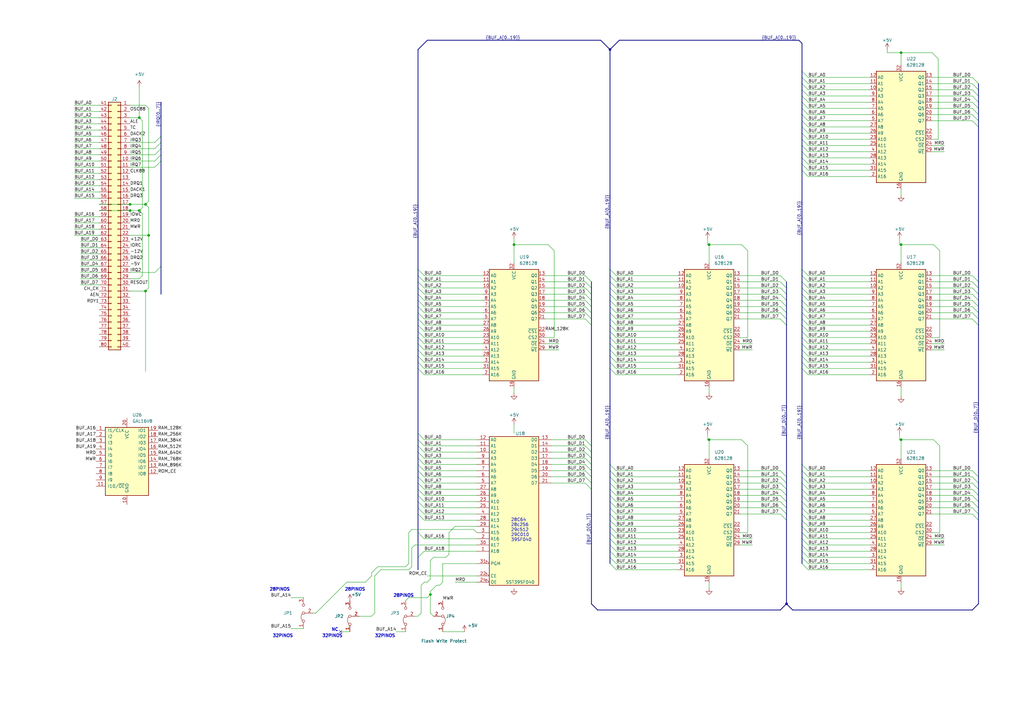
<source format=kicad_sch>
(kicad_sch (version 20230121) (generator eeschema)
  (paper "A3")
  (junction (at 290.83 100.33))
  (junction (at 59.69 119.38))
  (junction (at 322.58 247.65))
  (junction (at 57.15 48.26))
  (junction (at 369.57 180.34))
  (junction (at 250.19 20.32))
  (junction (at 59.69 83.82))
  (junction (at 210.82 100.33))
  (junction (at 53.34 86.36))
  (junction (at 290.83 180.34))
  (junction (at 60.96 96.52))
  (junction (at 369.57 21.59))
  (junction (at 176.53 243.84))
  (junction (at 53.34 83.82))
  (junction (at 369.57 100.33))
  (junction (at 57.15 86.36))
  (no_connect (at 139.7 259.08))
  (bus_entry (at 398.78 128.27) (size 2.54 2.54))
  (bus_entry (at 331.47 223.52) (size -2.54 -2.54))
  (bus_entry (at 331.47 143.51) (size -2.54 -2.54))
  (bus_entry (at 171.45 218.44) (size 2.54 2.54))
  (bus_entry (at 252.73 125.73) (size -2.54 -2.54))
  (bus_entry (at 173.99 123.19) (size -2.54 -2.54))
  (bus_entry (at 171.45 140.97) (size 2.54 2.54))
  (bus_entry (at 331.47 41.91) (size -2.54 -2.54))
  (bus_entry (at 331.47 130.81) (size -2.54 -2.54))
  (bus_entry (at 252.73 223.52) (size -2.54 -2.54))
  (bus_entry (at 398.78 49.53) (size 2.54 2.54))
  (bus_entry (at 240.03 187.96) (size 2.54 2.54))
  (bus_entry (at 240.03 113.03) (size 2.54 2.54))
  (bus_entry (at 320.04 198.12) (size 2.54 2.54))
  (bus_entry (at 252.73 148.59) (size -2.54 -2.54))
  (bus_entry (at 252.73 208.28) (size -2.54 -2.54))
  (bus_entry (at 171.45 190.5) (size 2.54 2.54))
  (bus_entry (at 171.45 177.8) (size 2.54 2.54))
  (bus_entry (at 66.04 58.42) (size -2.54 2.54))
  (bus_entry (at 331.47 120.65) (size -2.54 -2.54))
  (bus_entry (at 331.47 52.07) (size -2.54 -2.54))
  (bus_entry (at 398.78 39.37) (size 2.54 2.54))
  (bus_entry (at 252.73 113.03) (size -2.54 -2.54))
  (bus_entry (at 331.47 200.66) (size -2.54 -2.54))
  (bus_entry (at 240.03 120.65) (size 2.54 2.54))
  (bus_entry (at 66.04 63.5) (size -2.54 2.54))
  (bus_entry (at 171.45 193.04) (size 2.54 2.54))
  (bus_entry (at 240.03 180.34) (size 2.54 2.54))
  (bus_entry (at 66.04 60.96) (size -2.54 2.54))
  (bus_entry (at 331.47 67.31) (size -2.54 -2.54))
  (bus_entry (at 173.99 133.35) (size -2.54 -2.54))
  (bus_entry (at 331.47 39.37) (size -2.54 -2.54))
  (bus_entry (at 331.47 49.53) (size -2.54 -2.54))
  (bus_entry (at 171.45 180.34) (size 2.54 2.54))
  (bus_entry (at 331.47 135.89) (size -2.54 -2.54))
  (bus_entry (at 398.78 115.57) (size 2.54 2.54))
  (bus_entry (at 398.78 195.58) (size 2.54 2.54))
  (bus_entry (at 240.03 123.19) (size 2.54 2.54))
  (bus_entry (at 331.47 133.35) (size -2.54 -2.54))
  (bus_entry (at 240.03 193.04) (size 2.54 2.54))
  (bus_entry (at 331.47 153.67) (size -2.54 -2.54))
  (bus_entry (at 320.04 200.66) (size 2.54 2.54))
  (bus_entry (at 398.78 31.75) (size 2.54 2.54))
  (bus_entry (at 320.04 210.82) (size 2.54 2.54))
  (bus_entry (at 252.73 210.82) (size -2.54 -2.54))
  (bus_entry (at 171.45 143.51) (size 2.54 2.54))
  (bus_entry (at 252.73 115.57) (size -2.54 -2.54))
  (bus_entry (at 66.04 55.88) (size -2.54 2.54))
  (bus_entry (at 173.99 135.89) (size -2.54 -2.54))
  (bus_entry (at 331.47 69.85) (size -2.54 -2.54))
  (bus_entry (at 398.78 123.19) (size 2.54 2.54))
  (bus_entry (at 252.73 130.81) (size -2.54 -2.54))
  (bus_entry (at 173.99 118.11) (size -2.54 -2.54))
  (bus_entry (at 331.47 215.9) (size -2.54 -2.54))
  (bus_entry (at 252.73 233.68) (size -2.54 -2.54))
  (bus_entry (at 398.78 41.91) (size 2.54 2.54))
  (bus_entry (at 252.73 205.74) (size -2.54 -2.54))
  (bus_entry (at 320.04 130.81) (size 2.54 2.54))
  (bus_entry (at 173.99 120.65) (size -2.54 -2.54))
  (bus_entry (at 171.45 182.88) (size 2.54 2.54))
  (bus_entry (at 320.04 125.73) (size 2.54 2.54))
  (bus_entry (at 331.47 205.74) (size -2.54 -2.54))
  (bus_entry (at 320.04 128.27) (size 2.54 2.54))
  (bus_entry (at 171.45 198.12) (size 2.54 2.54))
  (bus_entry (at 331.47 231.14) (size -2.54 -2.54))
  (bus_entry (at 331.47 54.61) (size -2.54 -2.54))
  (bus_entry (at 66.04 66.04) (size -2.54 2.54))
  (bus_entry (at 173.99 128.27) (size -2.54 -2.54))
  (bus_entry (at 252.73 146.05) (size -2.54 -2.54))
  (bus_entry (at 171.45 185.42) (size 2.54 2.54))
  (bus_entry (at 331.47 34.29) (size -2.54 -2.54))
  (bus_entry (at 240.03 115.57) (size 2.54 2.54))
  (bus_entry (at 331.47 210.82) (size -2.54 -2.54))
  (bus_entry (at 398.78 198.12) (size 2.54 2.54))
  (bus_entry (at 331.47 31.75) (size -2.54 -2.54))
  (bus_entry (at 398.78 46.99) (size 2.54 2.54))
  (bus_entry (at 398.78 120.65) (size 2.54 2.54))
  (bus_entry (at 171.45 208.28) (size 2.54 2.54))
  (bus_entry (at 173.99 115.57) (size -2.54 -2.54))
  (bus_entry (at 331.47 146.05) (size -2.54 -2.54))
  (bus_entry (at 398.78 210.82) (size 2.54 2.54))
  (bus_entry (at 252.73 200.66) (size -2.54 -2.54))
  (bus_entry (at 320.04 205.74) (size 2.54 2.54))
  (bus_entry (at 320.04 115.57) (size 2.54 2.54))
  (bus_entry (at 252.73 193.04) (size -2.54 -2.54))
  (bus_entry (at 252.73 231.14) (size -2.54 -2.54))
  (bus_entry (at 66.04 109.22) (size -2.54 2.54))
  (bus_entry (at 252.73 153.67) (size -2.54 -2.54))
  (bus_entry (at 252.73 143.51) (size -2.54 -2.54))
  (bus_entry (at 331.47 59.69) (size -2.54 -2.54))
  (bus_entry (at 252.73 138.43) (size -2.54 -2.54))
  (bus_entry (at 331.47 228.6) (size -2.54 -2.54))
  (bus_entry (at 252.73 140.97) (size -2.54 -2.54))
  (bus_entry (at 331.47 115.57) (size -2.54 -2.54))
  (bus_entry (at 398.78 44.45) (size 2.54 2.54))
  (bus_entry (at 331.47 57.15) (size -2.54 -2.54))
  (bus_entry (at 252.73 151.13) (size -2.54 -2.54))
  (bus_entry (at 171.45 210.82) (size 2.54 2.54))
  (bus_entry (at 252.73 203.2) (size -2.54 -2.54))
  (bus_entry (at 240.03 130.81) (size 2.54 2.54))
  (bus_entry (at 252.73 218.44) (size -2.54 -2.54))
  (bus_entry (at 331.47 226.06) (size -2.54 -2.54))
  (bus_entry (at 398.78 118.11) (size 2.54 2.54))
  (bus_entry (at 173.99 113.03) (size -2.54 -2.54))
  (bus_entry (at 398.78 36.83) (size 2.54 2.54))
  (bus_entry (at 398.78 113.03) (size 2.54 2.54))
  (bus_entry (at 240.03 182.88) (size 2.54 2.54))
  (bus_entry (at 398.78 125.73) (size 2.54 2.54))
  (bus_entry (at 331.47 220.98) (size -2.54 -2.54))
  (bus_entry (at 320.04 195.58) (size 2.54 2.54))
  (bus_entry (at 320.04 203.2) (size 2.54 2.54))
  (bus_entry (at 331.47 233.68) (size -2.54 -2.54))
  (bus_entry (at 252.73 128.27) (size -2.54 -2.54))
  (bus_entry (at 171.45 146.05) (size 2.54 2.54))
  (bus_entry (at 252.73 135.89) (size -2.54 -2.54))
  (bus_entry (at 171.45 135.89) (size 2.54 2.54))
  (bus_entry (at 171.45 148.59) (size 2.54 2.54))
  (bus_entry (at 240.03 195.58) (size 2.54 2.54))
  (bus_entry (at 320.04 118.11) (size 2.54 2.54))
  (bus_entry (at 331.47 113.03) (size -2.54 -2.54))
  (bus_entry (at 171.45 138.43) (size 2.54 2.54))
  (bus_entry (at 320.04 123.19) (size 2.54 2.54))
  (bus_entry (at 320.04 193.04) (size 2.54 2.54))
  (bus_entry (at 173.99 130.81) (size -2.54 -2.54))
  (bus_entry (at 240.03 118.11) (size 2.54 2.54))
  (bus_entry (at 252.73 228.6) (size -2.54 -2.54))
  (bus_entry (at 252.73 133.35) (size -2.54 -2.54))
  (bus_entry (at 240.03 128.27) (size 2.54 2.54))
  (bus_entry (at 252.73 123.19) (size -2.54 -2.54))
  (bus_entry (at 331.47 125.73) (size -2.54 -2.54))
  (bus_entry (at 398.78 208.28) (size 2.54 2.54))
  (bus_entry (at 398.78 203.2) (size 2.54 2.54))
  (bus_entry (at 171.45 195.58) (size 2.54 2.54))
  (bus_entry (at 331.47 64.77) (size -2.54 -2.54))
  (bus_entry (at 171.45 205.74) (size 2.54 2.54))
  (bus_entry (at 398.78 193.04) (size 2.54 2.54))
  (bus_entry (at 398.78 130.81) (size 2.54 2.54))
  (bus_entry (at 320.04 208.28) (size 2.54 2.54))
  (bus_entry (at 240.03 190.5) (size 2.54 2.54))
  (bus_entry (at 331.47 118.11) (size -2.54 -2.54))
  (bus_entry (at 331.47 44.45) (size -2.54 -2.54))
  (bus_entry (at 252.73 226.06) (size -2.54 -2.54))
  (bus_entry (at 320.04 113.03) (size 2.54 2.54))
  (bus_entry (at 331.47 138.43) (size -2.54 -2.54))
  (bus_entry (at 398.78 205.74) (size 2.54 2.54))
  (bus_entry (at 331.47 128.27) (size -2.54 -2.54))
  (bus_entry (at 320.04 120.65) (size 2.54 2.54))
  (bus_entry (at 240.03 185.42) (size 2.54 2.54))
  (bus_entry (at 252.73 213.36) (size -2.54 -2.54))
  (bus_entry (at 331.47 123.19) (size -2.54 -2.54))
  (bus_entry (at 331.47 36.83) (size -2.54 -2.54))
  (bus_entry (at 398.78 200.66) (size 2.54 2.54))
  (bus_entry (at 171.45 228.6) (size 2.54 -2.54))
  (bus_entry (at 252.73 198.12) (size -2.54 -2.54))
  (bus_entry (at 331.47 148.59) (size -2.54 -2.54))
  (bus_entry (at 331.47 195.58) (size -2.54 -2.54))
  (bus_entry (at 173.99 125.73) (size -2.54 -2.54))
  (bus_entry (at 331.47 151.13) (size -2.54 -2.54))
  (bus_entry (at 171.45 200.66) (size 2.54 2.54))
  (bus_entry (at 252.73 220.98) (size -2.54 -2.54))
  (bus_entry (at 240.03 125.73) (size 2.54 2.54))
  (bus_entry (at 240.03 198.12) (size 2.54 2.54))
  (bus_entry (at 331.47 72.39) (size -2.54 -2.54))
  (bus_entry (at 331.47 208.28) (size -2.54 -2.54))
  (bus_entry (at 252.73 118.11) (size -2.54 -2.54))
  (bus_entry (at 331.47 218.44) (size -2.54 -2.54))
  (bus_entry (at 398.78 34.29) (size 2.54 2.54))
  (bus_entry (at 331.47 193.04) (size -2.54 -2.54))
  (bus_entry (at 331.47 198.12) (size -2.54 -2.54))
  (bus_entry (at 171.45 187.96) (size 2.54 2.54))
  (bus_entry (at 171.45 151.13) (size 2.54 2.54))
  (bus_entry (at 252.73 120.65) (size -2.54 -2.54))
  (bus_entry (at 331.47 46.99) (size -2.54 -2.54))
  (bus_entry (at 331.47 140.97) (size -2.54 -2.54))
  (bus_entry (at 252.73 195.58) (size -2.54 -2.54))
  (bus_entry (at 171.45 203.2) (size 2.54 2.54))
  (bus_entry (at 331.47 213.36) (size -2.54 -2.54))
  (bus_entry (at 252.73 215.9) (size -2.54 -2.54))
  (bus_entry (at 331.47 203.2) (size -2.54 -2.54))
  (bus_entry (at 331.47 62.23) (size -2.54 -2.54))
  (bus (pts (xy 322.58 115.57) (xy 322.58 118.11)))
  (bus (pts (xy 66.04 109.22) (xy 66.04 120.65)))
  (wire (pts (xy 181.61 259.08) (xy 190.5 259.08)))
  (bus (pts (xy 328.93 69.85) (xy 328.93 110.49)))
  (wire (pts (xy 331.47 205.74) (xy 356.87 205.74)))
  (wire (pts (xy 382.27 223.52) (xy 387.35 223.52)))
  (wire (pts (xy 186.69 215.9) (xy 195.58 215.9)))
  (wire (pts (xy 30.48 81.28) (xy 40.64 81.28)))
  (wire (pts (xy 210.82 158.75) (xy 210.82 161.29)))
  (bus (pts (xy 322.58 200.66) (xy 322.58 203.2)))
  (wire (pts (xy 382.27 39.37) (xy 398.78 39.37)))
  (wire (pts (xy 290.83 158.75) (xy 290.83 161.29)))
  (wire (pts (xy 60.96 85.09) (xy 59.69 83.82)))
  (wire (pts (xy 252.73 120.65) (xy 278.13 120.65)))
  (wire (pts (xy 226.06 193.04) (xy 240.03 193.04)))
  (bus (pts (xy 322.58 205.74) (xy 322.58 208.28)))
  (wire (pts (xy 168.91 232.41) (xy 168.91 224.79)))
  (wire (pts (xy 173.99 135.89) (xy 198.12 135.89)))
  (wire (pts (xy 173.99 226.06) (xy 195.58 226.06)))
  (bus (pts (xy 250.19 135.89) (xy 250.19 133.35)))
  (bus (pts (xy 328.93 218.44) (xy 328.93 215.9)))
  (wire (pts (xy 382.27 218.44) (xy 385.445 218.44)))
  (wire (pts (xy 331.47 215.9) (xy 356.87 215.9)))
  (bus (pts (xy 401.32 36.83) (xy 401.32 39.37)))
  (bus (pts (xy 328.93 135.89) (xy 328.93 133.35)))
  (wire (pts (xy 303.53 140.97) (xy 308.61 140.97)))
  (wire (pts (xy 331.47 231.14) (xy 356.87 231.14)))
  (wire (pts (xy 331.47 148.59) (xy 356.87 148.59)))
  (bus (pts (xy 242.57 198.12) (xy 242.57 200.66)))
  (wire (pts (xy 303.53 195.58) (xy 320.04 195.58)))
  (wire (pts (xy 53.34 114.3) (xy 57.15 114.3)))
  (wire (pts (xy 382.27 113.03) (xy 398.78 113.03)))
  (wire (pts (xy 303.53 193.04) (xy 320.04 193.04)))
  (wire (pts (xy 252.73 143.51) (xy 278.13 143.51)))
  (wire (pts (xy 252.73 223.52) (xy 278.13 223.52)))
  (wire (pts (xy 252.73 138.43) (xy 278.13 138.43)))
  (wire (pts (xy 331.47 200.66) (xy 356.87 200.66)))
  (wire (pts (xy 223.52 125.73) (xy 240.03 125.73)))
  (wire (pts (xy 331.47 233.68) (xy 356.87 233.68)))
  (bus (pts (xy 242.57 118.11) (xy 242.57 120.65)))
  (wire (pts (xy 33.02 106.68) (xy 40.64 106.68)))
  (bus (pts (xy 250.19 115.57) (xy 250.19 113.03)))
  (bus (pts (xy 242.57 195.58) (xy 242.57 198.12)))
  (bus (pts (xy 328.93 123.19) (xy 328.93 120.65)))
  (bus (pts (xy 328.93 64.77) (xy 328.93 67.31)))
  (wire (pts (xy 153.67 251.46) (xy 152.4 252.73)))
  (wire (pts (xy 331.47 213.36) (xy 356.87 213.36)))
  (wire (pts (xy 382.27 205.74) (xy 398.78 205.74)))
  (wire (pts (xy 147.32 252.73) (xy 152.4 252.73)))
  (bus (pts (xy 328.93 226.06) (xy 328.93 228.6)))
  (bus (pts (xy 242.57 120.65) (xy 242.57 123.19)))
  (wire (pts (xy 58.42 113.03) (xy 58.42 87.63)))
  (wire (pts (xy 252.73 113.03) (xy 278.13 113.03)))
  (wire (pts (xy 60.96 44.45) (xy 60.96 82.55)))
  (wire (pts (xy 252.73 200.66) (xy 278.13 200.66)))
  (wire (pts (xy 331.47 153.67) (xy 356.87 153.67)))
  (bus (pts (xy 171.45 218.44) (xy 171.45 228.6)))
  (wire (pts (xy 226.06 198.12) (xy 240.03 198.12)))
  (wire (pts (xy 60.96 96.52) (xy 60.96 85.09)))
  (wire (pts (xy 173.99 208.28) (xy 195.58 208.28)))
  (wire (pts (xy 30.48 96.52) (xy 40.64 96.52)))
  (wire (pts (xy 331.47 128.27) (xy 356.87 128.27)))
  (wire (pts (xy 30.48 55.88) (xy 40.64 55.88)))
  (wire (pts (xy 331.47 208.28) (xy 356.87 208.28)))
  (wire (pts (xy 382.27 57.15) (xy 384.81 57.15)))
  (wire (pts (xy 170.18 223.52) (xy 195.58 223.52)))
  (bus (pts (xy 322.58 123.19) (xy 322.58 125.73)))
  (wire (pts (xy 382.27 34.29) (xy 398.78 34.29)))
  (wire (pts (xy 210.82 100.33) (xy 210.82 107.95)))
  (wire (pts (xy 369.57 180.34) (xy 369.57 187.96)))
  (wire (pts (xy 382.27 198.12) (xy 398.78 198.12)))
  (bus (pts (xy 242.57 193.04) (xy 242.57 195.58)))
  (wire (pts (xy 382.27 36.83) (xy 398.78 36.83)))
  (wire (pts (xy 382.27 195.58) (xy 398.78 195.58)))
  (wire (pts (xy 331.47 64.77) (xy 356.87 64.77)))
  (wire (pts (xy 173.99 220.98) (xy 195.58 220.98)))
  (wire (pts (xy 173.99 182.88) (xy 195.58 182.88)))
  (wire (pts (xy 223.52 143.51) (xy 229.235 143.51)))
  (wire (pts (xy 33.02 104.14) (xy 40.64 104.14)))
  (bus (pts (xy 242.57 182.88) (xy 242.57 185.42)))
  (bus (pts (xy 328.93 54.61) (xy 328.93 52.07)))
  (bus (pts (xy 328.93 118.11) (xy 328.93 115.57)))
  (wire (pts (xy 40.64 86.36) (xy 53.34 86.36)))
  (wire (pts (xy 173.99 180.34) (xy 195.58 180.34)))
  (wire (pts (xy 331.47 198.12) (xy 356.87 198.12)))
  (wire (pts (xy 53.34 60.96) (xy 63.5 60.96)))
  (bus (pts (xy 250.19 130.81) (xy 250.19 128.27)))
  (wire (pts (xy 152.4 236.22) (xy 149.86 238.76)))
  (wire (pts (xy 252.73 208.28) (xy 278.13 208.28)))
  (wire (pts (xy 53.34 43.18) (xy 59.69 43.18)))
  (wire (pts (xy 173.99 185.42) (xy 195.58 185.42)))
  (wire (pts (xy 194.31 217.17) (xy 168.91 217.17)))
  (wire (pts (xy 172.72 251.46) (xy 171.45 252.73)))
  (bus (pts (xy 328.93 44.45) (xy 328.93 41.91)))
  (bus (pts (xy 171.45 138.43) (xy 171.45 140.97)))
  (bus (pts (xy 250.19 193.04) (xy 250.19 190.5)))
  (wire (pts (xy 168.91 224.79) (xy 170.18 223.52)))
  (wire (pts (xy 168.91 217.17) (xy 167.64 218.44)))
  (wire (pts (xy 223.52 115.57) (xy 240.03 115.57)))
  (wire (pts (xy 303.53 123.19) (xy 320.04 123.19)))
  (wire (pts (xy 226.06 185.42) (xy 240.03 185.42)))
  (wire (pts (xy 303.53 143.51) (xy 308.61 143.51)))
  (wire (pts (xy 331.47 218.44) (xy 356.87 218.44)))
  (bus (pts (xy 250.19 208.28) (xy 250.19 205.74)))
  (bus (pts (xy 328.93 133.35) (xy 328.93 130.81)))
  (wire (pts (xy 331.47 120.65) (xy 356.87 120.65)))
  (wire (pts (xy 331.47 39.37) (xy 356.87 39.37)))
  (wire (pts (xy 210.82 100.33) (xy 224.79 100.33)))
  (bus (pts (xy 328.93 215.9) (xy 328.93 213.36)))
  (bus (pts (xy 171.45 205.74) (xy 171.45 208.28)))
  (wire (pts (xy 252.73 140.97) (xy 278.13 140.97)))
  (bus (pts (xy 398.78 250.19) (xy 401.32 247.65)))
  (wire (pts (xy 252.73 215.9) (xy 278.13 215.9)))
  (bus (pts (xy 401.32 208.28) (xy 401.32 210.82)))
  (wire (pts (xy 331.47 36.83) (xy 356.87 36.83)))
  (wire (pts (xy 382.27 220.98) (xy 387.35 220.98)))
  (wire (pts (xy 173.99 113.03) (xy 198.12 113.03)))
  (wire (pts (xy 252.73 153.67) (xy 278.13 153.67)))
  (wire (pts (xy 331.47 44.45) (xy 356.87 44.45)))
  (wire (pts (xy 382.27 130.81) (xy 398.78 130.81)))
  (wire (pts (xy 252.73 148.59) (xy 278.13 148.59)))
  (wire (pts (xy 176.53 237.49) (xy 175.26 238.76)))
  (bus (pts (xy 250.19 215.9) (xy 250.19 213.36)))
  (bus (pts (xy 250.19 220.98) (xy 250.19 223.52)))
  (wire (pts (xy 331.47 146.05) (xy 356.87 146.05)))
  (wire (pts (xy 303.53 125.73) (xy 320.04 125.73)))
  (bus (pts (xy 328.93 46.99) (xy 328.93 44.45)))
  (wire (pts (xy 331.47 41.91) (xy 356.87 41.91)))
  (wire (pts (xy 30.48 78.74) (xy 40.64 78.74)))
  (wire (pts (xy 252.73 193.04) (xy 278.13 193.04)))
  (bus (pts (xy 328.93 57.15) (xy 328.93 54.61)))
  (wire (pts (xy 303.53 223.52) (xy 308.61 223.52)))
  (wire (pts (xy 252.73 213.36) (xy 278.13 213.36)))
  (bus (pts (xy 322.58 120.65) (xy 322.58 123.19)))
  (bus (pts (xy 250.19 218.44) (xy 250.19 215.9)))
  (wire (pts (xy 252.73 228.6) (xy 278.13 228.6)))
  (wire (pts (xy 59.69 43.18) (xy 60.96 44.45)))
  (bus (pts (xy 242.57 123.19) (xy 242.57 125.73)))
  (wire (pts (xy 369.57 21.59) (xy 382.27 21.59)))
  (bus (pts (xy 171.45 20.32) (xy 175.26 16.51)))
  (wire (pts (xy 382.27 140.97) (xy 387.35 140.97)))
  (bus (pts (xy 322.58 125.73) (xy 322.58 128.27)))
  (bus (pts (xy 250.19 133.35) (xy 250.19 130.81)))
  (wire (pts (xy 119.38 257.81) (xy 124.46 257.81)))
  (bus (pts (xy 171.45 200.66) (xy 171.45 203.2)))
  (wire (pts (xy 30.48 68.58) (xy 40.64 68.58)))
  (bus (pts (xy 171.45 190.5) (xy 171.45 193.04)))
  (wire (pts (xy 59.69 119.38) (xy 60.96 118.11)))
  (bus (pts (xy 250.19 140.97) (xy 250.19 143.51)))
  (bus (pts (xy 328.93 17.78) (xy 327.66 16.51)))
  (wire (pts (xy 331.47 226.06) (xy 356.87 226.06)))
  (bus (pts (xy 401.32 39.37) (xy 401.32 41.91)))
  (wire (pts (xy 30.48 88.9) (xy 40.64 88.9)))
  (bus (pts (xy 171.45 228.6) (xy 171.45 233.68)))
  (wire (pts (xy 384.81 24.13) (xy 382.27 21.59)))
  (wire (pts (xy 173.99 130.81) (xy 198.12 130.81)))
  (bus (pts (xy 322.58 203.2) (xy 322.58 205.74)))
  (wire (pts (xy 331.47 67.31) (xy 356.87 67.31)))
  (bus (pts (xy 250.19 143.51) (xy 250.19 146.05)))
  (bus (pts (xy 250.19 146.05) (xy 250.19 148.59)))
  (wire (pts (xy 179.07 240.03) (xy 180.34 240.03)))
  (bus (pts (xy 328.93 34.29) (xy 328.93 31.75)))
  (wire (pts (xy 382.27 31.75) (xy 398.78 31.75)))
  (wire (pts (xy 303.53 130.81) (xy 320.04 130.81)))
  (bus (pts (xy 246.38 16.51) (xy 250.19 20.32)))
  (bus (pts (xy 171.45 123.19) (xy 171.45 120.65)))
  (wire (pts (xy 223.52 113.03) (xy 240.03 113.03)))
  (wire (pts (xy 331.47 203.2) (xy 356.87 203.2)))
  (wire (pts (xy 57.15 114.3) (xy 58.42 113.03)))
  (bus (pts (xy 250.19 151.13) (xy 250.19 190.5)))
  (bus (pts (xy 328.93 143.51) (xy 328.93 146.05)))
  (wire (pts (xy 382.27 203.2) (xy 398.78 203.2)))
  (bus (pts (xy 250.19 228.6) (xy 250.19 231.14)))
  (wire (pts (xy 173.99 140.97) (xy 198.12 140.97)))
  (bus (pts (xy 171.45 182.88) (xy 171.45 185.42)))
  (wire (pts (xy 226.06 187.96) (xy 240.03 187.96)))
  (bus (pts (xy 242.57 190.5) (xy 242.57 193.04)))
  (bus (pts (xy 242.57 247.65) (xy 245.11 250.19)))
  (wire (pts (xy 290.83 180.34) (xy 290.195 180.34)))
  (bus (pts (xy 66.04 66.04) (xy 66.04 109.22)))
  (wire (pts (xy 290.83 180.34) (xy 290.83 187.96)))
  (wire (pts (xy 30.48 48.26) (xy 40.64 48.26)))
  (wire (pts (xy 252.73 123.19) (xy 278.13 123.19)))
  (wire (pts (xy 167.64 245.11) (xy 175.26 245.11)))
  (bus (pts (xy 328.93 198.12) (xy 328.93 195.58)))
  (bus (pts (xy 242.57 125.73) (xy 242.57 128.27)))
  (bus (pts (xy 66.04 58.42) (xy 66.04 60.96)))
  (wire (pts (xy 382.27 44.45) (xy 398.78 44.45)))
  (bus (pts (xy 401.32 123.19) (xy 401.32 125.73)))
  (bus (pts (xy 250.19 148.59) (xy 250.19 151.13)))
  (wire (pts (xy 331.47 138.43) (xy 356.87 138.43)))
  (bus (pts (xy 171.45 151.13) (xy 171.45 177.8)))
  (bus (pts (xy 171.45 133.35) (xy 171.45 135.89)))
  (bus (pts (xy 401.32 128.27) (xy 401.32 130.81)))
  (bus (pts (xy 328.93 49.53) (xy 328.93 46.99)))
  (wire (pts (xy 382.27 120.65) (xy 398.78 120.65)))
  (wire (pts (xy 58.42 85.09) (xy 58.42 49.53)))
  (bus (pts (xy 322.58 118.11) (xy 322.58 120.65)))
  (wire (pts (xy 331.47 123.19) (xy 356.87 123.19)))
  (wire (pts (xy 290.83 238.76) (xy 290.83 241.3)))
  (wire (pts (xy 331.47 115.57) (xy 356.87 115.57)))
  (wire (pts (xy 53.34 86.36) (xy 57.15 86.36)))
  (wire (pts (xy 177.8 228.6) (xy 176.53 229.87)))
  (wire (pts (xy 368.935 97.79) (xy 368.935 100.33)))
  (bus (pts (xy 250.19 218.44) (xy 250.19 220.98)))
  (wire (pts (xy 227.33 102.87) (xy 224.79 100.33)))
  (wire (pts (xy 382.27 118.11) (xy 398.78 118.11)))
  (wire (pts (xy 210.82 173.99) (xy 210.82 177.8)))
  (bus (pts (xy 328.93 228.6) (xy 328.93 231.14)))
  (wire (pts (xy 331.47 52.07) (xy 356.87 52.07)))
  (wire (pts (xy 331.47 46.99) (xy 356.87 46.99)))
  (bus (pts (xy 250.19 210.82) (xy 250.19 208.28)))
  (bus (pts (xy 171.45 140.97) (xy 171.45 143.51)))
  (bus (pts (xy 322.58 133.35) (xy 322.58 195.58)))
  (wire (pts (xy 195.58 218.44) (xy 194.31 217.17)))
  (bus (pts (xy 250.19 203.2) (xy 250.19 200.66)))
  (wire (pts (xy 331.47 130.81) (xy 356.87 130.81)))
  (bus (pts (xy 322.58 208.28) (xy 322.58 210.82)))
  (wire (pts (xy 226.06 195.58) (xy 240.03 195.58)))
  (bus (pts (xy 250.19 138.43) (xy 250.19 135.89)))
  (wire (pts (xy 186.69 238.76) (xy 195.58 238.76)))
  (wire (pts (xy 252.73 210.82) (xy 278.13 210.82)))
  (wire (pts (xy 33.02 101.6) (xy 40.64 101.6)))
  (bus (pts (xy 401.32 200.66) (xy 401.32 203.2)))
  (wire (pts (xy 382.27 125.73) (xy 398.78 125.73)))
  (bus (pts (xy 250.19 123.19) (xy 250.19 120.65)))
  (bus (pts (xy 328.93 208.28) (xy 328.93 205.74)))
  (wire (pts (xy 186.69 215.9) (xy 184.15 218.44)))
  (wire (pts (xy 172.72 240.03) (xy 172.72 251.46)))
  (wire (pts (xy 173.99 190.5) (xy 195.58 190.5)))
  (bus (pts (xy 401.32 118.11) (xy 401.32 120.65)))
  (wire (pts (xy 331.47 49.53) (xy 356.87 49.53)))
  (wire (pts (xy 33.02 109.22) (xy 40.64 109.22)))
  (wire (pts (xy 223.52 118.11) (xy 240.03 118.11)))
  (bus (pts (xy 328.93 213.36) (xy 328.93 210.82)))
  (wire (pts (xy 303.53 118.11) (xy 320.04 118.11)))
  (wire (pts (xy 173.99 210.82) (xy 195.58 210.82)))
  (bus (pts (xy 328.93 140.97) (xy 328.93 143.51)))
  (wire (pts (xy 331.47 31.75) (xy 356.87 31.75)))
  (wire (pts (xy 53.34 119.38) (xy 59.69 119.38)))
  (bus (pts (xy 171.45 185.42) (xy 171.45 187.96)))
  (bus (pts (xy 171.45 118.11) (xy 171.45 115.57)))
  (wire (pts (xy 252.73 115.57) (xy 278.13 115.57)))
  (wire (pts (xy 173.99 125.73) (xy 198.12 125.73)))
  (wire (pts (xy 59.69 119.38) (xy 59.69 152.4)))
  (wire (pts (xy 156.21 233.68) (xy 153.67 236.22)))
  (bus (pts (xy 401.32 213.36) (xy 401.32 247.65)))
  (wire (pts (xy 33.02 116.84) (xy 40.64 116.84)))
  (wire (pts (xy 57.15 35.56) (xy 57.15 48.26)))
  (wire (pts (xy 382.27 123.19) (xy 398.78 123.19)))
  (wire (pts (xy 173.99 187.96) (xy 195.58 187.96)))
  (wire (pts (xy 30.48 66.04) (xy 40.64 66.04)))
  (wire (pts (xy 53.34 111.76) (xy 63.5 111.76)))
  (wire (pts (xy 369.57 180.34) (xy 382.905 180.34)))
  (wire (pts (xy 252.73 146.05) (xy 278.13 146.05)))
  (bus (pts (xy 328.93 203.2) (xy 328.93 200.66)))
  (wire (pts (xy 382.27 138.43) (xy 385.445 138.43)))
  (wire (pts (xy 30.48 45.72) (xy 40.64 45.72)))
  (bus (pts (xy 171.45 193.04) (xy 171.45 195.58)))
  (wire (pts (xy 382.27 41.91) (xy 398.78 41.91)))
  (wire (pts (xy 173.99 200.66) (xy 195.58 200.66)))
  (wire (pts (xy 180.34 240.03) (xy 181.61 238.76)))
  (wire (pts (xy 226.06 182.88) (xy 240.03 182.88)))
  (wire (pts (xy 167.64 233.68) (xy 168.91 232.41)))
  (wire (pts (xy 173.99 148.59) (xy 198.12 148.59)))
  (wire (pts (xy 385.445 102.87) (xy 382.905 100.33)))
  (wire (pts (xy 290.195 97.79) (xy 290.195 100.33)))
  (wire (pts (xy 173.99 138.43) (xy 198.12 138.43)))
  (wire (pts (xy 173.99 195.58) (xy 195.58 195.58)))
  (bus (pts (xy 250.19 223.52) (xy 250.19 226.06)))
  (bus (pts (xy 401.32 120.65) (xy 401.32 123.19)))
  (wire (pts (xy 166.37 246.38) (xy 167.64 245.11)))
  (wire (pts (xy 167.64 233.68) (xy 156.21 233.68)))
  (bus (pts (xy 401.32 44.45) (xy 401.32 46.99)))
  (bus (pts (xy 328.93 210.82) (xy 328.93 208.28)))
  (wire (pts (xy 306.705 102.87) (xy 306.705 138.43)))
  (wire (pts (xy 223.52 130.81) (xy 240.03 130.81)))
  (wire (pts (xy 58.42 49.53) (xy 57.15 48.26)))
  (wire (pts (xy 252.73 226.06) (xy 278.13 226.06)))
  (bus (pts (xy 328.93 41.91) (xy 328.93 39.37)))
  (wire (pts (xy 303.53 218.44) (xy 306.705 218.44)))
  (bus (pts (xy 401.32 198.12) (xy 401.32 200.66)))
  (wire (pts (xy 306.705 102.87) (xy 304.165 100.33)))
  (bus (pts (xy 328.93 205.74) (xy 328.93 203.2)))
  (bus (pts (xy 66.04 55.88) (xy 66.04 58.42)))
  (bus (pts (xy 254 16.51) (xy 250.19 20.32)))
  (bus (pts (xy 250.19 200.66) (xy 250.19 198.12)))
  (wire (pts (xy 303.53 120.65) (xy 320.04 120.65)))
  (wire (pts (xy 60.96 118.11) (xy 60.96 96.52)))
  (bus (pts (xy 250.19 226.06) (xy 250.19 228.6)))
  (bus (pts (xy 250.19 213.36) (xy 250.19 210.82)))
  (wire (pts (xy 223.52 123.19) (xy 240.03 123.19)))
  (wire (pts (xy 382.27 59.69) (xy 387.35 59.69)))
  (wire (pts (xy 30.48 58.42) (xy 40.64 58.42)))
  (wire (pts (xy 173.99 123.19) (xy 198.12 123.19)))
  (wire (pts (xy 382.27 193.04) (xy 398.78 193.04)))
  (wire (pts (xy 58.42 87.63) (xy 57.15 86.36)))
  (bus (pts (xy 250.19 120.65) (xy 250.19 118.11)))
  (bus (pts (xy 328.93 120.65) (xy 328.93 118.11)))
  (bus (pts (xy 242.57 185.42) (xy 242.57 187.96)))
  (wire (pts (xy 175.26 236.22) (xy 195.58 236.22)))
  (wire (pts (xy 53.34 66.04) (xy 63.5 66.04)))
  (bus (pts (xy 245.11 250.19) (xy 320.04 250.19)))
  (wire (pts (xy 53.34 96.52) (xy 60.96 96.52)))
  (wire (pts (xy 369.57 180.34) (xy 368.935 180.34)))
  (wire (pts (xy 303.53 200.66) (xy 320.04 200.66)))
  (bus (pts (xy 328.93 113.03) (xy 328.93 110.49)))
  (wire (pts (xy 173.99 120.65) (xy 198.12 120.65)))
  (bus (pts (xy 250.19 128.27) (xy 250.19 125.73)))
  (wire (pts (xy 60.96 82.55) (xy 59.69 83.82)))
  (bus (pts (xy 328.93 52.07) (xy 328.93 49.53)))
  (bus (pts (xy 66.04 63.5) (xy 66.04 66.04)))
  (wire (pts (xy 303.53 198.12) (xy 320.04 198.12)))
  (bus (pts (xy 328.93 115.57) (xy 328.93 113.03)))
  (bus (pts (xy 328.93 151.13) (xy 328.93 190.5)))
  (bus (pts (xy 401.32 210.82) (xy 401.32 213.36)))
  (bus (pts (xy 66.04 41.91) (xy 66.04 55.88)))
  (wire (pts (xy 303.53 113.03) (xy 320.04 113.03)))
  (wire (pts (xy 175.26 238.76) (xy 173.99 238.76)))
  (wire (pts (xy 173.99 213.36) (xy 195.58 213.36)))
  (wire (pts (xy 369.57 21.59) (xy 369.57 26.67)))
  (wire (pts (xy 173.99 143.51) (xy 198.12 143.51)))
  (wire (pts (xy 33.02 114.3) (xy 40.64 114.3)))
  (wire (pts (xy 33.02 99.06) (xy 40.64 99.06)))
  (bus (pts (xy 328.93 138.43) (xy 328.93 135.89)))
  (wire (pts (xy 30.48 53.34) (xy 40.64 53.34)))
  (wire (pts (xy 40.64 83.82) (xy 53.34 83.82)))
  (wire (pts (xy 30.48 43.18) (xy 40.64 43.18)))
  (wire (pts (xy 252.73 125.73) (xy 278.13 125.73)))
  (wire (pts (xy 369.57 100.33) (xy 368.935 100.33)))
  (bus (pts (xy 328.93 200.66) (xy 328.93 198.12)))
  (bus (pts (xy 175.26 16.51) (xy 246.38 16.51)))
  (bus (pts (xy 171.45 20.32) (xy 171.45 110.49)))
  (wire (pts (xy 252.73 130.81) (xy 278.13 130.81)))
  (wire (pts (xy 162.56 259.08) (xy 166.37 259.08)))
  (bus (pts (xy 171.45 180.34) (xy 171.45 182.88)))
  (bus (pts (xy 328.93 39.37) (xy 328.93 36.83)))
  (wire (pts (xy 167.64 218.44) (xy 167.64 231.14)))
  (bus (pts (xy 250.19 118.11) (xy 250.19 115.57)))
  (wire (pts (xy 303.53 203.2) (xy 320.04 203.2)))
  (wire (pts (xy 33.02 111.76) (xy 40.64 111.76)))
  (wire (pts (xy 303.53 210.82) (xy 320.04 210.82)))
  (wire (pts (xy 53.34 68.58) (xy 63.5 68.58)))
  (bus (pts (xy 328.93 220.98) (xy 328.93 223.52)))
  (wire (pts (xy 173.99 238.76) (xy 172.72 240.03)))
  (wire (pts (xy 226.06 180.34) (xy 240.03 180.34)))
  (wire (pts (xy 30.48 71.12) (xy 40.64 71.12)))
  (wire (pts (xy 173.99 133.35) (xy 198.12 133.35)))
  (bus (pts (xy 401.32 52.07) (xy 401.32 115.57)))
  (wire (pts (xy 30.48 63.5) (xy 40.64 63.5)))
  (bus (pts (xy 401.32 133.35) (xy 401.32 195.58)))
  (wire (pts (xy 331.47 72.39) (xy 356.87 72.39)))
  (bus (pts (xy 328.93 130.81) (xy 328.93 128.27)))
  (wire (pts (xy 223.52 120.65) (xy 240.03 120.65)))
  (wire (pts (xy 331.47 195.58) (xy 356.87 195.58)))
  (wire (pts (xy 382.27 200.66) (xy 398.78 200.66)))
  (wire (pts (xy 331.47 210.82) (xy 356.87 210.82)))
  (wire (pts (xy 252.73 195.58) (xy 278.13 195.58)))
  (bus (pts (xy 171.45 208.28) (xy 171.45 210.82)))
  (wire (pts (xy 184.15 227.33) (xy 182.88 228.6)))
  (wire (pts (xy 331.47 69.85) (xy 356.87 69.85)))
  (wire (pts (xy 173.99 115.57) (xy 198.12 115.57)))
  (wire (pts (xy 227.33 102.87) (xy 227.33 138.43)))
  (wire (pts (xy 382.27 210.82) (xy 398.78 210.82)))
  (bus (pts (xy 171.45 205.74) (xy 171.45 203.2)))
  (bus (pts (xy 250.19 205.74) (xy 250.19 203.2)))
  (bus (pts (xy 328.93 31.75) (xy 328.93 29.21)))
  (bus (pts (xy 171.45 115.57) (xy 171.45 113.03)))
  (wire (pts (xy 181.61 231.14) (xy 181.61 238.76)))
  (bus (pts (xy 171.45 148.59) (xy 171.45 151.13)))
  (wire (pts (xy 369.57 158.75) (xy 369.57 162.56)))
  (bus (pts (xy 328.93 67.31) (xy 328.93 69.85)))
  (bus (pts (xy 250.19 138.43) (xy 250.19 140.97)))
  (wire (pts (xy 30.48 76.2) (xy 40.64 76.2)))
  (wire (pts (xy 303.53 208.28) (xy 320.04 208.28)))
  (wire (pts (xy 382.27 46.99) (xy 398.78 46.99)))
  (bus (pts (xy 322.58 130.81) (xy 322.58 133.35)))
  (wire (pts (xy 173.99 198.12) (xy 195.58 198.12)))
  (bus (pts (xy 401.32 205.74) (xy 401.32 208.28)))
  (bus (pts (xy 401.32 130.81) (xy 401.32 133.35)))
  (wire (pts (xy 385.445 102.87) (xy 385.445 138.43)))
  (bus (pts (xy 171.45 135.89) (xy 171.45 138.43)))
  (wire (pts (xy 149.86 238.76) (xy 142.24 238.76)))
  (wire (pts (xy 382.27 208.28) (xy 398.78 208.28)))
  (wire (pts (xy 368.935 177.8) (xy 368.935 180.34)))
  (wire (pts (xy 173.99 118.11) (xy 198.12 118.11)))
  (wire (pts (xy 331.47 118.11) (xy 356.87 118.11)))
  (bus (pts (xy 401.32 49.53) (xy 401.32 52.07)))
  (bus (pts (xy 401.32 34.29) (xy 401.32 36.83)))
  (wire (pts (xy 53.34 48.26) (xy 57.15 48.26)))
  (bus (pts (xy 322.58 210.82) (xy 322.58 213.36)))
  (wire (pts (xy 331.47 54.61) (xy 356.87 54.61)))
  (wire (pts (xy 252.73 198.12) (xy 278.13 198.12)))
  (wire (pts (xy 30.48 93.98) (xy 40.64 93.98)))
  (wire (pts (xy 382.27 49.53) (xy 398.78 49.53)))
  (wire (pts (xy 382.27 128.27) (xy 398.78 128.27)))
  (wire (pts (xy 331.47 143.51) (xy 356.87 143.51)))
  (bus (pts (xy 171.45 195.58) (xy 171.45 198.12)))
  (wire (pts (xy 173.99 205.74) (xy 195.58 205.74)))
  (wire (pts (xy 167.64 231.14) (xy 166.37 232.41)))
  (bus (pts (xy 171.45 128.27) (xy 171.45 125.73)))
  (bus (pts (xy 401.32 195.58) (xy 401.32 198.12)))
  (wire (pts (xy 252.73 205.74) (xy 278.13 205.74)))
  (wire (pts (xy 53.34 58.42) (xy 63.5 58.42)))
  (wire (pts (xy 369.57 77.47) (xy 369.57 80.01)))
  (wire (pts (xy 226.06 190.5) (xy 240.03 190.5)))
  (wire (pts (xy 252.73 135.89) (xy 278.13 135.89)))
  (bus (pts (xy 328.93 218.44) (xy 328.93 220.98)))
  (wire (pts (xy 173.99 153.67) (xy 198.12 153.67)))
  (wire (pts (xy 153.67 236.22) (xy 153.67 251.46)))
  (bus (pts (xy 322.58 247.65) (xy 325.12 250.19)))
  (wire (pts (xy 252.73 128.27) (xy 278.13 128.27)))
  (wire (pts (xy 290.83 100.33) (xy 290.83 107.95)))
  (wire (pts (xy 369.57 100.33) (xy 382.905 100.33)))
  (bus (pts (xy 328.93 146.05) (xy 328.93 148.59)))
  (wire (pts (xy 363.855 21.59) (xy 369.57 21.59)))
  (wire (pts (xy 176.53 242.57) (xy 179.07 240.03)))
  (bus (pts (xy 328.93 223.52) (xy 328.93 226.06)))
  (wire (pts (xy 128.27 251.46) (xy 129.54 251.46)))
  (bus (pts (xy 66.04 60.96) (xy 66.04 63.5)))
  (bus (pts (xy 171.45 187.96) (xy 171.45 190.5)))
  (wire (pts (xy 177.8 252.73) (xy 176.53 251.46)))
  (wire (pts (xy 252.73 231.14) (xy 278.13 231.14)))
  (bus (pts (xy 171.45 143.51) (xy 171.45 146.05)))
  (bus (pts (xy 322.58 213.36) (xy 322.58 247.65)))
  (bus (pts (xy 250.19 195.58) (xy 250.19 193.04)))
  (wire (pts (xy 363.855 20.32) (xy 363.855 21.59)))
  (wire (pts (xy 306.705 182.88) (xy 306.705 218.44)))
  (wire (pts (xy 303.53 205.74) (xy 320.04 205.74)))
  (bus (pts (xy 171.45 210.82) (xy 171.45 218.44)))
  (bus (pts (xy 401.32 46.99) (xy 401.32 49.53)))
  (bus (pts (xy 328.93 195.58) (xy 328.93 193.04)))
  (bus (pts (xy 250.19 125.73) (xy 250.19 123.19)))
  (wire (pts (xy 223.52 138.43) (xy 227.33 138.43)))
  (wire (pts (xy 252.73 218.44) (xy 278.13 218.44)))
  (wire (pts (xy 252.73 233.68) (xy 278.13 233.68)))
  (bus (pts (xy 322.58 128.27) (xy 322.58 130.81)))
  (bus (pts (xy 171.45 113.03) (xy 171.45 110.49)))
  (bus (pts (xy 328.93 57.15) (xy 328.93 59.69)))
  (wire (pts (xy 290.195 177.8) (xy 290.195 180.34)))
  (bus (pts (xy 328.93 62.23) (xy 328.93 64.77)))
  (bus (pts (xy 250.19 113.03) (xy 250.19 110.49)))
  (wire (pts (xy 331.47 113.03) (xy 356.87 113.03)))
  (wire (pts (xy 331.47 140.97) (xy 356.87 140.97)))
  (bus (pts (xy 171.45 120.65) (xy 171.45 118.11)))
  (bus (pts (xy 242.57 200.66) (xy 242.57 247.65)))
  (wire (pts (xy 382.27 143.51) (xy 387.35 143.51)))
  (wire (pts (xy 331.47 193.04) (xy 356.87 193.04)))
  (wire (pts (xy 30.48 73.66) (xy 40.64 73.66)))
  (wire (pts (xy 303.53 220.98) (xy 308.61 220.98)))
  (wire (pts (xy 331.47 57.15) (xy 356.87 57.15)))
  (wire (pts (xy 252.73 220.98) (xy 278.13 220.98)))
  (wire (pts (xy 173.99 193.04) (xy 195.58 193.04)))
  (bus (pts (xy 171.45 177.8) (xy 171.45 180.34)))
  (wire (pts (xy 290.83 180.34) (xy 304.165 180.34)))
  (wire (pts (xy 119.38 245.11) (xy 124.46 245.11)))
  (bus (pts (xy 242.57 130.81) (xy 242.57 133.35)))
  (wire (pts (xy 252.73 151.13) (xy 278.13 151.13)))
  (wire (pts (xy 382.27 62.23) (xy 387.35 62.23)))
  (wire (pts (xy 369.57 238.76) (xy 369.57 241.3)))
  (wire (pts (xy 369.57 100.33) (xy 369.57 107.95)))
  (wire (pts (xy 331.47 125.73) (xy 356.87 125.73)))
  (bus (pts (xy 327.66 16.51) (xy 254 16.51)))
  (wire (pts (xy 170.18 252.73) (xy 171.45 252.73)))
  (wire (pts (xy 173.99 151.13) (xy 198.12 151.13)))
  (wire (pts (xy 139.7 259.08) (xy 143.51 259.08)))
  (bus (pts (xy 401.32 115.57) (xy 401.32 118.11)))
  (wire (pts (xy 252.73 203.2) (xy 278.13 203.2)))
  (bus (pts (xy 328.93 148.59) (xy 328.93 151.13)))
  (wire (pts (xy 290.83 100.33) (xy 304.165 100.33)))
  (wire (pts (xy 331.47 223.52) (xy 356.87 223.52)))
  (wire (pts (xy 184.15 218.44) (xy 184.15 227.33)))
  (bus (pts (xy 320.04 250.19) (xy 322.58 247.65)))
  (wire (pts (xy 154.94 232.41) (xy 166.37 232.41)))
  (wire (pts (xy 331.47 228.6) (xy 356.87 228.6)))
  (wire (pts (xy 331.47 133.35) (xy 356.87 133.35)))
  (wire (pts (xy 173.99 128.27) (xy 198.12 128.27)))
  (bus (pts (xy 171.45 198.12) (xy 171.45 200.66)))
  (wire (pts (xy 303.53 128.27) (xy 320.04 128.27)))
  (bus (pts (xy 171.45 125.73) (xy 171.45 123.19)))
  (wire (pts (xy 331.47 151.13) (xy 356.87 151.13)))
  (bus (pts (xy 242.57 133.35) (xy 242.57 182.88)))
  (wire (pts (xy 173.99 203.2) (xy 195.58 203.2)))
  (bus (pts (xy 325.12 250.19) (xy 398.78 250.19)))
  (wire (pts (xy 53.34 63.5) (xy 63.5 63.5)))
  (wire (pts (xy 152.4 234.95) (xy 152.4 236.22)))
  (wire (pts (xy 176.53 251.46) (xy 176.53 243.84)))
  (wire (pts (xy 385.445 182.88) (xy 382.905 180.34)))
  (bus (pts (xy 242.57 187.96) (xy 242.57 190.5)))
  (wire (pts (xy 30.48 50.8) (xy 40.64 50.8)))
  (bus (pts (xy 242.57 128.27) (xy 242.57 130.81)))
  (wire (pts (xy 53.34 83.82) (xy 59.69 83.82)))
  (wire (pts (xy 303.53 115.57) (xy 320.04 115.57)))
  (wire (pts (xy 252.73 118.11) (xy 278.13 118.11)))
  (wire (pts (xy 173.99 146.05) (xy 198.12 146.05)))
  (bus (pts (xy 242.57 115.57) (xy 242.57 118.11)))
  (bus (pts (xy 328.93 128.27) (xy 328.93 125.73)))
  (wire (pts (xy 331.47 135.89) (xy 356.87 135.89)))
  (bus (pts (xy 328.93 17.78) (xy 328.93 29.21)))
  (wire (pts (xy 30.48 91.44) (xy 40.64 91.44)))
  (wire (pts (xy 154.94 232.41) (xy 152.4 234.95)))
  (wire (pts (xy 384.81 24.13) (xy 384.81 57.15)))
  (wire (pts (xy 30.48 60.96) (xy 40.64 60.96)))
  (bus (pts (xy 401.32 203.2) (xy 401.32 205.74)))
  (bus (pts (xy 322.58 198.12) (xy 322.58 200.66)))
  (bus (pts (xy 401.32 41.91) (xy 401.32 44.45)))
  (bus (pts (xy 322.58 195.58) (xy 322.58 198.12)))
  (wire (pts (xy 223.52 128.27) (xy 240.03 128.27)))
  (bus (pts (xy 328.93 193.04) (xy 328.93 190.5)))
  (wire (pts (xy 176.53 243.84) (xy 176.53 242.57)))
  (bus (pts (xy 328.93 125.73) (xy 328.93 123.19)))
  (wire (pts (xy 176.53 229.87) (xy 176.53 237.49)))
  (wire (pts (xy 303.53 138.43) (xy 306.705 138.43)))
  (wire (pts (xy 331.47 34.29) (xy 356.87 34.29)))
  (bus (pts (xy 250.19 198.12) (xy 250.19 195.58)))
  (wire (pts (xy 331.47 59.69) (xy 356.87 59.69)))
  (wire (pts (xy 331.47 220.98) (xy 356.87 220.98)))
  (wire (pts (xy 331.47 62.23) (xy 356.87 62.23)))
  (wire (pts (xy 142.24 238.76) (xy 129.54 251.46)))
  (bus (pts (xy 328.93 138.43) (xy 328.93 140.97)))
  (wire (pts (xy 306.705 182.88) (xy 304.165 180.34)))
  (wire (pts (xy 252.73 133.35) (xy 278.13 133.35)))
  (wire (pts (xy 175.26 245.11) (xy 176.53 243.84)))
  (bus (pts (xy 401.32 125.73) (xy 401.32 128.27)))
  (bus (pts (xy 171.45 133.35) (xy 171.45 130.81)))
  (bus (pts (xy 328.93 59.69) (xy 328.93 62.23)))
  (bus (pts (xy 171.45 130.81) (xy 171.45 128.27)))
  (wire (pts (xy 58.42 85.09) (xy 57.15 86.36)))
  (bus (pts (xy 171.45 146.05) (xy 171.45 148.59)))
  (wire (pts (xy 382.27 115.57) (xy 398.78 115.57)))
  (wire (pts (xy 385.445 182.88) (xy 385.445 218.44)))
  (bus (pts (xy 328.93 36.83) (xy 328.93 34.29)))
  (wire (pts (xy 223.52 140.97) (xy 229.235 140.97)))
  (wire (pts (xy 290.83 100.33) (xy 290.195 100.33)))
  (wire (pts (xy 195.58 231.14) (xy 181.61 231.14)))
  (bus (pts (xy 250.19 20.32) (xy 250.19 110.49)))
  (wire (pts (xy 177.8 228.6) (xy 182.88 228.6)))
  (wire (pts (xy 210.82 97.79) (xy 210.82 100.33)))
  (text "28PINOS" (at 161.29 245.11 0) (effects (font (size 1.27 1.27) (thickness 0.254) bold) (justify left bottom)))
  (text "28PINOS" (at 110.49 242.57 0) (effects (font (size 1.27 1.27) (thickness 0.254) bold) (justify left bottom)))
  (text "32PINOS" (at 132.08 261.62 0) (effects (font (size 1.27 1.27) bold) (justify left bottom)))
  (text "28PINOS" (at 149.86 242.57 0) (effects (font (size 1.27 1.27) (thickness 0.254) bold) (justify right bottom)))
  (text "32PINOS" (at 111.76 261.62 0) (effects (font (size 1.27 1.27) bold) (justify left bottom)))
  (text "32PINOS" (at 153.67 261.62 0) (effects (font (size 1.27 1.27) bold) (justify left bottom)))
  (text "NC" (at 135.89 259.08 0) (effects (font (size 1.27 1.27) bold) (justify left bottom)))
  (text "28C64\n28c256\n29c512\n29C010\n39SF040" (at 209.55 222.25 0) (effects (font (size 1.27 1.27)) (justify left bottom)))
  (label "BUF_A0" (at 331.47 113.03 0))
  (label "BUF_A10" (at 173.99 205.74 0))
  (label "BUF_A7" (at 252.73 130.81 0))
  (label "BUF_A4" (at 173.99 123.19 0))
  (label "BUF_D2" (at 398.145 118.11 180))
  (label "BUF_A0" (at 173.99 113.03 0))
  (label "BUF_D3" (at 33.02 106.68 0))
  (label "IRQ3" (at 53.34 58.42 0))
  (label "BUF_A3" (at 331.47 120.65 0))
  (label "BUF_A9" (at 252.73 215.9 0))
  (label "BUF_A1" (at 331.47 115.57 0))
  (label "BUF_A7" (at 173.99 130.81 0))
  (label "BUF_A5" (at 252.73 125.73 0))
  (label "BUF_A16" (at 331.47 153.67 0))
  (label "DACK1" (at 53.34 78.74 0))
  (label "BUF_A9" (at 173.99 203.2 0))
  (label "{BUF_A[0..19]}" (at 171.45 97.79 90))
  (label "BUF_A14" (at 252.73 148.59 0))
  (label "BUF_A13" (at 173.99 146.05 0))
  (label "{BUF_A[0..19]}" (at 250.19 180.34 90))
  (label "BUF_D3" (at 240.03 120.65 180))
  (label "BUF_D3" (at 398.145 120.65 180))
  (label "BUF_A5" (at 173.99 125.73 0))
  (label "BUF_A4" (at 331.47 123.19 0))
  (label "IRQ7" (at 53.34 68.58 0))
  (label "TC" (at 53.34 53.34 0))
  (label "BUF_A8" (at 173.99 133.35 0))
  (label "BUF_A12" (at 173.99 143.51 0))
  (label "BUF_A4" (at 173.99 190.5 0))
  (label "MWR" (at 229.235 143.51 180))
  (label "MRD" (at 387.35 220.98 180))
  (label "BUF_A3" (at 331.47 39.37 0))
  (label "{BUF_A[0..19]}" (at 312.42 16.51 0))
  (label "BUF_A8" (at 331.47 213.36 0))
  (label "DRQ1" (at 53.34 76.2 0))
  (label "BUF_D1" (at 398.145 34.29 180))
  (label "BUF_D0" (at 398.145 193.04 180))
  (label "BUF_A0" (at 252.73 113.03 0))
  (label "BUF_D1" (at 319.405 115.57 180))
  (label "BUF_A18" (at 173.99 226.06 0))
  (label "BUF_A14" (at 331.47 67.31 0))
  (label "BUF_A5" (at 173.99 193.04 0))
  (label "BUF_A1" (at 30.48 45.72 0))
  (label "BUF_A7" (at 30.48 60.96 0))
  (label "BUF_D7" (at 398.145 210.82 180))
  (label "BUF_D4" (at 398.145 123.19 180))
  (label "BUF_A7" (at 331.47 210.82 0))
  (label "ROM_CE" (at 175.26 236.22 180))
  (label "BUF_D2" (at 240.03 118.11 180))
  (label "BUF_A10" (at 252.73 138.43 0))
  (label "OSC88" (at 53.34 45.72 0))
  (label "BUF_A1" (at 252.73 115.57 0))
  (label "BUF_A16" (at 331.47 72.39 0))
  (label "MRD" (at 229.235 140.97 180))
  (label "MRD" (at 39.37 186.69 180))
  (label "IORC" (at 53.34 101.6 0))
  (label "BUF_A16" (at 30.48 88.9 0))
  (label "BUF_A2" (at 173.99 118.11 0))
  (label "BUF_D7" (at 33.02 116.84 0))
  (label "BUF_A0" (at 331.47 193.04 0))
  (label "BUF_A14" (at 119.38 245.11 180))
  (label "RAM_896K" (at 64.77 191.77 0))
  (label "BUF_A15" (at 252.73 151.13 0))
  (label "BUF_A8" (at 252.73 213.36 0))
  (label "BUF_D0" (at 319.405 113.03 180))
  (label "BUF_A3" (at 173.99 187.96 0))
  (label "BUF_A9" (at 173.99 135.89 0))
  (label "BUF_A6" (at 173.99 128.27 0))
  (label "BUF_D3" (at 319.405 200.66 180))
  (label "BUF_D5" (at 398.145 44.45 180))
  (label "BUF_A15" (at 30.48 81.28 0))
  (label "AEN" (at 40.64 121.92 180))
  (label "BUF_D6" (at 398.145 208.28 180))
  (label "BUF_A10" (at 173.99 138.43 0))
  (label "BUF_D0" (at 398.145 113.03 180))
  (label "BUF_A1" (at 173.99 115.57 0))
  (label "BUF_D7" (at 398.145 49.53 180))
  (label "BUF_A2" (at 252.73 198.12 0))
  (label "BUF_A9" (at 30.48 66.04 0))
  (label "BUF_A13" (at 331.47 64.77 0))
  (label "BUF_A5" (at 252.73 205.74 0))
  (label "BUF_A10" (at 331.47 138.43 0))
  (label "BUF_A4" (at 331.47 41.91 0))
  (label "RDY1" (at 40.64 124.46 180))
  (label "BUF_A14" (at 173.99 148.59 0))
  (label "BUF_A13" (at 173.99 213.36 0))
  (label "IOWC" (at 53.34 88.9 0))
  (label "DACK2" (at 53.34 55.88 0))
  (label "BUF_A3" (at 252.73 200.66 0))
  (label "BUF_D1" (at 398.145 115.57 180))
  (label "{IRQ[0..7]}" (at 66.04 52.07 90))
  (label "BUF_A8" (at 331.47 133.35 0))
  (label "{BUF_D[0..7]}" (at 242.57 223.52 90))
  (label "BUF_A16" (at 331.47 233.68 0))
  (label "BUF_A19" (at 39.37 184.15 180))
  (label "MWR" (at 308.61 143.51 180))
  (label "MRD" (at 387.35 140.97 180))
  (label "BUF_D6" (at 319.405 128.27 180))
  (label "{BUF_A[0..19]}" (at 328.93 96.52 90))
  (label "BUF_A9" (at 331.47 215.9 0))
  (label "BUF_D7" (at 398.145 130.81 180))
  (label "BUF_A10" (at 252.73 218.44 0))
  (label "BUF_D6" (at 319.405 208.28 180))
  (label "BUF_A2" (at 173.99 185.42 0))
  (label "DRQ3" (at 53.34 81.28 0))
  (label "BUF_A0" (at 173.99 180.34 0))
  (label "BUF_A14" (at 252.73 228.6 0))
  (label "BUF_A2" (at 252.73 118.11 0))
  (label "BUF_A10" (at 331.47 218.44 0))
  (label "IRQ2" (at 53.34 111.76 0))
  (label "BUF_A12" (at 252.73 143.51 0))
  (label "BUF_A2" (at 331.47 36.83 0))
  (label "BUF_D2" (at 240.03 185.42 180))
  (label "BUF_D6" (at 33.02 114.3 0))
  (label "BUF_A7" (at 331.47 49.53 0))
  (label "BUF_A11" (at 173.99 208.28 0))
  (label "BUF_D0" (at 398.145 31.75 180))
  (label "BUF_A2" (at 331.47 198.12 0))
  (label "BUF_A13" (at 331.47 226.06 0))
  (label "BUF_A15" (at 119.38 257.81 180))
  (label "BUF_D0" (at 240.03 113.03 180))
  (label "BUF_D1" (at 240.03 115.57 180))
  (label "ROM_CE" (at 64.77 194.31 0))
  (label "BUF_D5" (at 319.405 205.74 180))
  (label "BUF_A15" (at 331.47 231.14 0))
  (label "BUF_A6" (at 331.47 208.28 0))
  (label "BUF_D5" (at 398.145 205.74 180))
  (label "BUF_A1" (at 331.47 34.29 0))
  (label "BUF_A16" (at 173.99 220.98 0))
  (label "BUF_A6" (at 173.99 195.58 0))
  (label "BUF_A15" (at 331.47 151.13 0))
  (label "BUF_D6" (at 398.145 128.27 180))
  (label "BUF_A12" (at 331.47 223.52 0))
  (label "BUF_A9" (at 331.47 135.89 0))
  (label "CLK88" (at 53.34 71.12 0))
  (label "MWR" (at 53.34 93.98 0))
  (label "BUF_D4" (at 319.405 123.19 180))
  (label "BUF_A7" (at 252.73 210.82 0))
  (label "BUF_A1" (at 173.99 182.88 0))
  (label "BUF_D0" (at 33.02 99.06 0))
  (label "BUF_A5" (at 331.47 44.45 0))
  (label "MWR" (at 387.35 223.52 180))
  (label "BUF_A5" (at 331.47 205.74 0))
  (label "BUF_A4" (at 252.73 123.19 0))
  (label "BUF_D1" (at 33.02 101.6 0))
  (label "BUF_A8" (at 30.48 63.5 0))
  (label "RAM_384K" (at 64.77 181.61 0))
  (label "BUF_A14" (at 331.47 228.6 0))
  (label "BUF_A4" (at 252.73 203.2 0))
  (label "BUF_D7" (at 319.405 130.81 180))
  (label "BUF_A18" (at 30.48 93.98 0))
  (label "BUF_A7" (at 331.47 130.81 0))
  (label "BUF_A3" (at 30.48 50.8 0))
  (label "BUF_A6" (at 252.73 128.27 0))
  (label "MRD" (at 186.69 238.76 0))
  (label "BUF_A10" (at 331.47 57.15 0))
  (label "BUF_D3" (at 319.405 120.65 180))
  (label "BUF_D2" (at 398.145 36.83 180))
  (label "BUF_A11" (at 173.99 140.97 0))
  (label "BUF_D2" (at 33.02 104.14 0))
  (label "BUF_D2" (at 398.145 198.12 180))
  (label "MRD" (at 308.61 140.97 180))
  (label "BUF_D5" (at 33.02 111.76 0))
  (label "BUF_A3" (at 173.99 120.65 0))
  (label "BUF_A6" (at 252.73 208.28 0))
  (label "BUF_A15" (at 252.73 231.14 0))
  (label "BUF_A15" (at 173.99 151.13 0))
  (label "BUF_D1" (at 398.145 195.58 180))
  (label "BUF_D5" (at 319.405 125.73 180))
  (label "RAM_768K" (at 64.77 189.23 0))
  (label "BUF_D3" (at 398.145 39.37 180))
  (label "BUF_A10" (at 30.48 68.58 0))
  (label "BUF_A1" (at 252.73 195.58 0))
  (label "BUF_A13" (at 30.48 76.2 0))
  (label "MWR" (at 387.35 62.23 180))
  (label "BUF_D7" (at 240.03 130.81 180))
  (label "BUF_A2" (at 331.47 118.11 0))
  (label "ALE" (at 53.34 50.8 0))
  (label "BUF_A5" (at 30.48 55.88 0))
  (label "BUF_A11" (at 30.48 71.12 0))
  (label "BUF_D4" (at 398.145 203.2 180))
  (label "-12V" (at 53.34 104.14 0))
  (label "BUF_A18" (at 39.37 181.61 180))
  (label "BUF_A0" (at 252.73 193.04 0))
  (label "BUF_A2" (at 30.48 48.26 0))
  (label "MWR" (at 181.61 246.38 0))
  (label "BUF_A9" (at 331.47 54.61 0))
  (label "DRQ2" (at 53.34 106.68 0))
  (label "BUF_A11" (at 331.47 140.97 0))
  (label "BUF_A4" (at 331.47 203.2 0))
  (label "BUF_A14" (at 331.47 148.59 0))
  (label "BUF_D7" (at 240.03 198.12 180))
  (label "BUF_A8" (at 331.47 52.07 0))
  (label "BUF_A9" (at 252.73 135.89 0))
  (label "BUF_A11" (at 252.73 220.98 0))
  (label "BUF_A14" (at 30.48 78.74 0))
  (label "BUF_D7" (at 319.405 210.82 180))
  (label "{BUF_D[0..7]}" (at 322.58 179.07 90))
  (label "BUF_A12" (at 252.73 223.52 0))
  (label "CH_CK" (at 40.64 119.38 180))
  (label "BUF_A7" (at 173.99 198.12 0))
  (label "BUF_A12" (at 30.48 73.66 0))
  (label "{BUF_A[0..19]}" (at 250.19 93.98 90))
  (label "BUF_A13" (at 331.47 146.05 0))
  (label "BUF_A13" (at 252.73 226.06 0))
  (label "BUF_A3" (at 331.47 200.66 0))
  (label "BUF_A17" (at 39.37 179.07 180))
  (label "BUF_A12" (at 331.47 62.23 0))
  (label "BUF_D5" (at 398.145 125.73 180))
  (label "BUF_A13" (at 252.73 146.05 0))
  (label "BUF_A5" (at 331.47 125.73 0))
  (label "BUF_D5" (at 240.03 193.04 180))
  (label "RAM_128K" (at 64.77 176.53 0))
  (label "BUF_A15" (at 331.47 69.85 0))
  (label "RESOUT" (at 53.34 116.84 0))
  (label "MRD" (at 387.35 59.69 180))
  (label "BUF_A17" (at 30.48 91.44 0))
  (label "RAM_128K" (at 223.52 135.89 0))
  (label "MWR" (at 308.61 223.52 180))
  (label "BUF_A8" (at 173.99 200.66 0))
  (label "BUF_A11" (at 331.47 59.69 0))
  (label "BUF_A4" (at 30.48 53.34 0))
  (label "MWR" (at 39.37 189.23 180))
  (label "BUF_A0" (at 331.47 31.75 0))
  (label "{BUF_D[0..7]}" (at 401.32 177.8 90))
  (label "BUF_A12" (at 331.47 143.51 0))
  (label "BUF_D4" (at 240.03 123.19 180))
  (label "BUF_D5" (at 240.03 125.73 180))
  (label "BUF_D2" (at 319.405 198.12 180))
  (label "BUF_A16" (at 39.37 176.53 180))
  (label "BUF_D1" (at 319.405 195.58 180))
  (label "BUF_A11" (at 252.73 140.97 0))
  (label "BUF_D1" (at 240.03 182.88 180))
  (label "BUF_A16" (at 252.73 233.68 0))
  (label "BUF_D4" (at 33.02 109.22 0))
  (label "BUF_A0" (at 30.48 43.18 0))
  (label "RAM_256K" (at 64.77 179.07 0))
  (label "BUF_D4" (at 240.03 190.5 180))
  (label "-5V" (at 53.34 109.22 0))
  (label "BUF_A3" (at 252.73 120.65 0))
  (label "RAM_640K" (at 64.77 186.69 0))
  (label "MWR" (at 387.35 143.51 180))
  (label "MRD" (at 53.34 91.44 0))
  (label "BUF_D6" (at 240.03 128.27 180))
  (label "BUF_A8" (at 252.73 133.35 0))
  (label "IRQ5" (at 53.34 63.5 0))
  (label "BUF_D6" (at 240.03 195.58 180))
  (label "IRQ4" (at 53.34 60.96 0))
  (label "BUF_D3" (at 398.145 200.66 180))
  (label "BUF_A12" (at 173.99 210.82 0))
  (label "RAM_512K" (at 64.77 184.15 0))
  (label "{BUF_A[0..19]}" (at 328.93 180.34 90))
  (label "BUF_D3" (at 240.03 187.96 180))
  (label "MRD" (at 308.61 220.98 180))
  (label "BUF_A16" (at 173.99 153.67 0))
  (label "BUF_A16" (at 252.73 153.67 0))
  (label "BUF_D4" (at 398.145 41.91 180))
  (label "BUF_D0" (at 319.405 193.04 180))
  (label "BUF_A1" (at 331.47 195.58 0))
  (label "BUF_D6" (at 398.145 46.99 180))
  (label "BUF_A19" (at 30.48 96.52 0))
  (label "BUF_D4" (at 319.405 203.2 180))
  (label "BUF_A6" (at 331.47 128.27 0))
  (label "BUF_A6" (at 30.48 58.42 0))
  (label "BUF_A14" (at 162.56 259.08 180))
  (label "{BUF_A[0..19]}" (at 213.36 16.51 180))
  (label "BUF_A11" (at 331.47 220.98 0))
  (label "BUF_D0" (at 240.03 180.34 180))
  (label "+12V" (at 53.34 99.06 0))
  (label "IRQ6" (at 53.34 66.04 0))
  (label "BUF_A6" (at 331.47 46.99 0))
  (label "BUF_D2" (at 319.405 118.11 180))
  (symbol (lib_name "+5V_1") (lib_id "power:+5V") (at 57.15 35.56 0) (unit 1)
    (property "Reference" "#PWR068" (effects hide))
    (property "Value" "+5V" (at 57.15 30.48 0))
  )
  (symbol (lib_id "power:GND") (at 290.83 161.29 0) (unit 1)
    (property "Reference" "#PWR058" (effects hide))
    (property "Value" "GND" (effects hide))
  )
  (symbol (lib_id "Memory_RAM:628128_DIP32_SSOP32") (at 210.82 133.35 0) (unit 1)
    (property "Reference" "U19" (at 213.0141 105.41 0) (effects (justify left)))
    (property "Value" "628128" (at 213.0141 107.95 0) (effects (justify left)))
    (property "Datasheet" "http://www.futurlec.com/Datasheet/Memory/628128.pdf" (effects hide))
  )
  (symbol (lib_id "Jumper:Jumper_3_Bridged12") (at 166.37 252.73 90) (unit 1)
    (property "Reference" "JP3" (at 163.83 251.46 90) (effects (justify left)))
    (property "Value" "ROM type sel" (effects hide))
    (property "Footprint" "Connector_PinHeader_2.54mm:PinHeader_1x03_P2.54mm_Vertical" (effects hide))
  )
  (symbol (lib_id "Jumper:Jumper_3_Bridged12") (at 143.51 252.73 90) (unit 1)
    (property "Reference" "JP2" (at 140.97 252.73 90) (effects (justify left)))
    (property "Value" "ROM type sel" (effects hide))
    (property "Footprint" "Connector_PinHeader_2.54mm:PinHeader_1x03_P2.54mm_Vertical" (effects hide))
  )
  (symbol (lib_name "+5V_3") (lib_id "power:+5V") (at 143.51 246.38 0) (unit 1)
    (property "Reference" "#PWR051" (effects hide))
    (property "Value" "+5V" (at 146.05 243.84 0))
  )
  (symbol (lib_id "Memory_RAM:628128_DIP32_SSOP32") (at 369.57 52.07 0) (unit 1)
    (property "Reference" "U22" (at 371.7641 24.13 0) (effects (justify left)))
    (property "Value" "628128" (at 371.7641 26.67 0) (effects (justify left)))
    (property "Datasheet" "http://www.futurlec.com/Datasheet/Memory/628128.pdf" (effects hide))
  )
  (symbol (lib_id "power:GND") (at 369.57 162.56 0) (unit 1)
    (property "Reference" "#PWR060" (effects hide))
    (property "Value" "GND" (effects hide))
  )
  (symbol (lib_id "power:GND") (at 290.83 241.3 0) (unit 1)
    (property "Reference" "#PWR062" (effects hide))
    (property "Value" "GND" (effects hide))
  )
  (symbol (lib_id "power:+5V") (at 290.195 97.79 0) (unit 1)
    (property "Reference" "#PWR057" (effects hide))
    (property "Value" "+5V" (at 290.195 93.98 0))
  )
  (symbol (lib_id "power:+5V") (at 368.935 177.8 0) (unit 1)
    (property "Reference" "#PWR063" (effects hide))
    (property "Value" "+5V" (at 368.935 173.99 0))
  )
  (symbol (lib_id "power:GND") (at 210.82 241.3 0) (unit 1)
    (property "Reference" "#PWR056" (effects hide))
    (property "Value" "GND" (effects hide))
  )
  (symbol (lib_id "Memory_RAM:628128_DIP32_SSOP32") (at 290.83 133.35 0) (unit 1)
    (property "Reference" "U16" (at 293.0241 105.41 0) (effects (justify left)))
    (property "Value" "628128" (at 293.0241 107.95 0) (effects (justify left)))
    (property "Datasheet" "http://www.futurlec.com/Datasheet/Memory/628128.pdf" (effects hide))
  )
  (symbol (lib_id "Connector_Generic:Conn_02x40_Top_Bottom") (at 48.26 91.44 0) (mirror y) (unit 1)
    (property "Reference" "J2" (at 46.99 40.64 0))
    (property "Value" "Conn_02x40_Top_Bottom" (effects hide))
  )
  (symbol (lib_id "Memory_RAM:628128_DIP32_SSOP32") (at 290.83 213.36 0) (unit 1)
    (property "Reference" "U20" (at 293.0241 185.42 0) (effects (justify left)))
    (property "Value" "628128" (at 293.0241 187.96 0) (effects (justify left)))
    (property "Datasheet" "http://www.futurlec.com/Datasheet/Memory/628128.pdf" (effects hide))
  )
  (symbol (lib_id "Jumper:Jumper_3_Bridged12") (at 181.61 252.73 270) (mirror x) (unit 1)
    (property "Reference" "JP4" (at 182.88 252.73 90) (effects (justify left)))
    (property "Value" "Flash Write Protect" (at 172.72 262.89 90) (effects (justify left)))
    (property "Footprint" "Connector_PinHeader_2.54mm:PinHeader_1x03_P2.54mm_Vertical" (effects hide))
  )
  (symbol (lib_id "power:+5V") (at 290.195 177.8 0) (unit 1)
    (property "Reference" "#PWR061" (effects hide))
    (property "Value" "+5V" (at 290.195 173.99 0))
  )
  (symbol (lib_id "power:GND") (at 369.57 241.3 0) (unit 1)
    (property "Reference" "#PWR064" (effects hide))
    (property "Value" "GND" (effects hide))
  )
  (symbol (lib_id "power:+5V") (at 368.935 97.79 0) (unit 1)
    (property "Reference" "#PWR059" (effects hide))
    (property "Value" "+5V" (at 368.935 93.98 0))
  )
  (symbol (lib_id "power:+5V") (at 210.82 173.99 0) (unit 1)
    (property "Reference" "#PWR055" (effects hide))
    (property "Value" "+5V" (at 210.82 170.18 0))
  )
  (symbol (lib_name "+5V_4") (lib_id "power:+5V") (at 190.5 259.08 0) (unit 1)
    (property "Reference" "#PWR052" (effects hide))
    (property "Value" "+5V" (at 191.77 256.54 0) (effects (justify left)))
  )
  (symbol (lib_id "Memory_Flash:SST39SF040") (at 210.82 210.82 0) (unit 1)
    (property "Reference" "U18" (at 213.36 177.8 0))
    (property "Value" "SST39SF040" (at 213.36 238.76 0))
    (property "Footprint" "Socket:DIP_Socket-32_W11.9_W12.7_W15.24_W17.78_W18.5_3M_232-1285-00-0602J" (effects hide))
    (property "Datasheet" "http://ww1.microchip.com/downloads/en/DeviceDoc/25022B.pdf" (effects hide))
  )
  (symbol (lib_id "Logic_Programmable:GAL16V8") (at 52.07 189.23 0) (unit 1)
    (property "Reference" "U26" (at 54.2641 170.18 0) (effects (justify left)))
    (property "Value" "GAL16V8" (at 54.2641 172.72 0) (effects (justify left)))
  )
  (symbol (lib_id "Memory_RAM:628128_DIP32_SSOP32") (at 369.57 133.35 0) (unit 1)
    (property "Reference" "U17" (at 371.7641 105.41 0) (effects (justify left)))
    (property "Value" "628128" (at 371.7641 107.95 0) (effects (justify left)))
    (property "Datasheet" "http://www.futurlec.com/Datasheet/Memory/628128.pdf" (effects hide))
  )
  (symbol (lib_id "power:GND") (at 369.57 80.01 0) (unit 1)
    (property "Reference" "#PWR066" (effects hide))
    (property "Value" "GND" (effects hide))
  )
  (symbol (lib_id "power:+5V") (at 363.855 20.32 0) (unit 1)
    (property "Reference" "#PWR065" (effects hide))
    (property "Value" "+5V" (at 363.855 16.51 0))
  )
  (symbol (lib_id "power:GND") (at 210.82 161.29 0) (unit 1)
    (property "Reference" "#PWR054" (effects hide))
    (property "Value" "GND" (effects hide))
  )
  (symbol (lib_id "Jumper:Jumper_3_Bridged12") (at 124.46 251.46 90) (unit 1)
    (property "Reference" "JP1" (at 118.11 251.46 90))
    (property "Value" "pin3" (effects hide))
    (property "Footprint" "Connector_PinHeader_2.54mm:PinHeader_1x03_P2.54mm_Vertical" (effects hide))
  )
  (symbol (lib_id "Memory_RAM:628128_DIP32_SSOP32") (at 369.57 213.36 0) (unit 1)
    (property "Reference" "U21" (at 371.7641 185.42 0) (effects (justify left)))
    (property "Value" "628128" (at 371.7641 187.96 0) (effects (justify left)))
    (property "Datasheet" "http://www.futurlec.com/Datasheet/Memory/628128.pdf" (effects hide))
  )
  (symbol (lib_id "power:+5V") (at 210.82 97.79 0) (unit 1)
    (property "Reference" "#PWR053" (effects hide))
    (property "Value" "+5V" (at 210.82 93.98 0))
  )
)
</source>
